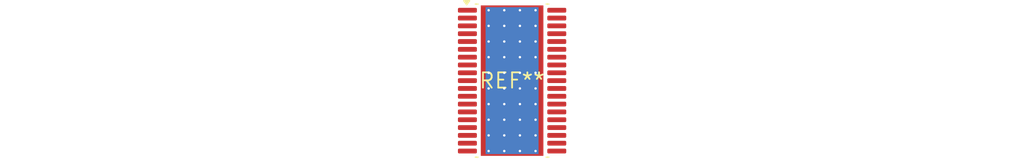
<source format=kicad_pcb>
(kicad_pcb (version 20240108) (generator pcbnew)
  (layers (0 "F.Cu" signal) (31 "B.Cu" signal) (34 "B.Paste" user) (35 "F.Paste" user) (36 "B.SilkS" user "B.Silkscreen") (37 "F.SilkS" user "F.Silkscreen") (38 "B.Mask" user) (39 "F.Mask" user) (44 "Edge.Cuts" user))
  (net 0 "")
  (footprint "HTSSOP-38-1EP_6.1x12.5mm_P0.65mm_EP5.2x12.5mm_Mask3.39x6.35mm_ThermalVias" (layer "F.Cu") (at 0 0)
    (property "Reference" "REF**")
    (property "Value" "HTSSOP-38-1EP_6.1x12.5mm_P0.65mm_EP5.2x12.5mm_Mask3.39x6.35mm_ThermalVias")
    (fp_line (start -2.835584 -6.36) (end -3.05 -6.36) (layer "F.SilkS") (stroke (width 0.12)))
    (fp_line (start -2.835584 6.36) (end -3.05 6.36) (layer "F.SilkS") (stroke (width 0.12)))
    (fp_line (start 2.835584 -6.36) (end 3.05 -6.36) (layer "F.SilkS") (stroke (width 0.12)))
    (fp_line (start 2.835584 6.36) (end 3.05 6.36) (layer "F.SilkS") (stroke (width 0.12)))
    (fp_poly (pts (xy -3.775 -6.31) (xy -4.015 -6.64) (xy -3.535 -6.64) (xy -3.775 -6.31)) (layer "F.SilkS") (stroke (width 0.12)) (fill solid))
    (pad "1" smd roundrect (at -3.7125 -5.85) (size 1.575 0.4) (layers "F.Cu" "F.Paste" "F.Mask"))
    (pad "2" smd roundrect (at -3.7125 -5.2) (size 1.575 0.4) (layers "F.Cu" "F.Paste" "F.Mask"))
    (pad "3" smd roundrect (at -3.7125 -4.55) (size 1.575 0.4) (layers "F.Cu" "F.Paste" "F.Mask"))
    (pad "4" smd roundrect (at -3.7125 -3.9) (size 1.575 0.4) (layers "F.Cu" "F.Paste" "F.Mask"))
    (pad "5" smd roundrect (at -3.7125 -3.25) (size 1.575 0.4) (layers "F.Cu" "F.Paste" "F.Mask"))
    (pad "6" smd roundrect (at -3.7125 -2.6) (size 1.575 0.4) (layers "F.Cu" "F.Paste" "F.Mask"))
    (pad "7" smd roundrect (at -3.7125 -1.95) (size 1.575 0.4) (layers "F.Cu" "F.Paste" "F.Mask"))
    (pad "8" smd roundrect (at -3.7125 -1.3) (size 1.575 0.4) (layers "F.Cu" "F.Paste" "F.Mask"))
    (pad "9" smd roundrect (at -3.7125 -0.65) (size 1.575 0.4) (layers "F.Cu" "F.Paste" "F.Mask"))
    (pad "10" smd roundrect (at -3.7125 0) (size 1.575 0.4) (layers "F.Cu" "F.Paste" "F.Mask"))
    (pad "11" smd roundrect (at -3.7125 0.65) (size 1.575 0.4) (layers "F.Cu" "F.Paste" "F.Mask"))
    (pad "12" smd roundrect (at -3.7125 1.3) (size 1.575 0.4) (layers "F.Cu" "F.Paste" "F.Mask"))
    (pad "13" smd roundrect (at -3.7125 1.95) (size 1.575 0.4) (layers "F.Cu" "F.Paste" "F.Mask"))
    (pad "14" smd roundrect (at -3.7125 2.6) (size 1.575 0.4) (layers "F.Cu" "F.Paste" "F.Mask"))
    (pad "15" smd roundrect (at -3.7125 3.25) (size 1.575 0.4) (layers "F.Cu" "F.Paste" "F.Mask"))
    (pad "16" smd roundrect (at -3.7125 3.9) (size 1.575 0.4) (layers "F.Cu" "F.Paste" "F.Mask"))
    (pad "17" smd roundrect (at -3.7125 4.55) (size 1.575 0.4) (layers "F.Cu" "F.Paste" "F.Mask"))
    (pad "18" smd roundrect (at -3.7125 5.2) (size 1.575 0.4) (layers "F.Cu" "F.Paste" "F.Mask"))
    (pad "19" smd roundrect (at -3.7125 5.85) (size 1.575 0.4) (layers "F.Cu" "F.Paste" "F.Mask"))
    (pad "20" smd roundrect (at 3.7125 5.85) (size 1.575 0.4) (layers "F.Cu" "F.Paste" "F.Mask"))
    (pad "21" smd roundrect (at 3.7125 5.2) (size 1.575 0.4) (layers "F.Cu" "F.Paste" "F.Mask"))
    (pad "22" smd roundrect (at 3.7125 4.55) (size 1.575 0.4) (layers "F.Cu" "F.Paste" "F.Mask"))
    (pad "23" smd roundrect (at 3.7125 3.9) (size 1.575 0.4) (layers "F.Cu" "F.Paste" "F.Mask"))
    (pad "24" smd roundrect (at 3.7125 3.25) (size 1.575 0.4) (layers "F.Cu" "F.Paste" "F.Mask"))
    (pad "25" smd roundrect (at 3.7125 2.6) (size 1.575 0.4) (layers "F.Cu" "F.Paste" "F.Mask"))
    (pad "26" smd roundrect (at 3.7125 1.95) (size 1.575 0.4) (layers "F.Cu" "F.Paste" "F.Mask"))
    (pad "27" smd roundrect (at 3.7125 1.3) (size 1.575 0.4) (layers "F.Cu" "F.Paste" "F.Mask"))
    (pad "28" smd roundrect (at 3.7125 0.65) (size 1.575 0.4) (layers "F.Cu" "F.Paste" "F.Mask"))
    (pad "29" smd roundrect (at 3.7125 0) (size 1.575 0.4) (layers "F.Cu" "F.Paste" "F.Mask"))
    (pad "30" smd roundrect (at 3.7125 -0.65) (size 1.575 0.4) (layers "F.Cu" "F.Paste" "F.Mask"))
    (pad "31" smd roundrect (at 3.7125 -1.3) (size 1.575 0.4) (layers "F.Cu" "F.Paste" "F.Mask"))
    (pad "32" smd roundrect (at 3.7125 -1.95) (size 1.575 0.4) (layers "F.Cu" "F.Paste" "F.Mask"))
    (pad "33" smd roundrect (at 3.7125 -2.6) (size 1.575 0.4) (layers "F.Cu" "F.Paste" "F.Mask"))
    (pad "34" smd roundrect (at 3.7125 -3.25) (size 1.575 0.4) (layers "F.Cu" "F.Paste" "F.Mask"))
    (pad "35" smd roundrect (at 3.7125 -3.9) (size 1.575 0.4) (layers "F.Cu" "F.Paste" "F.Mask"))
    (pad "36" smd roundrect (at 3.7125 -4.55) (size 1.575 0.4) (layers "F.Cu" "F.Paste" "F.Mask"))
    (pad "37" smd roundrect (at 3.7125 -5.2) (size 1.575 0.4) (layers "F.Cu" "F.Paste" "F.Mask"))
    (pad "38" smd roundrect (at 3.7125 -5.85) (size 1.575 0.4) (layers "F.Cu" "F.Paste" "F.Mask"))
    (pad "39" thru_hole circle (at -1.95 -5.85) (size 0.5 0.5) (drill 0.2) (property pad_prop_heatsink) (layers *.Cu) (remove_unused_layers))
    (pad "39" thru_hole circle (at -1.95 -4.55) (size 0.5 0.5) (drill 0.2) (property pad_prop_heatsink) (layers *.Cu) (remove_unused_layers))
    (pad "39" thru_hole circle (at -1.95 -3.25) (size 0.5 0.5) (drill 0.2) (property pad_prop_heatsink) (layers *.Cu) (remove_unused_layers))
    (pad "39" thru_hole circle (at -1.95 -1.95) (size 0.5 0.5) (drill 0.2) (property pad_prop_heatsink) (layers *.Cu) (remove_unused_layers))
    (pad "39" thru_hole circle (at -1.95 -0.65) (size 0.5 0.5) (drill 0.2) (property pad_prop_heatsink) (layers *.Cu) (remove_unused_layers))
    (pad "39" thru_hole circle (at -1.95 0.65) (size 0.5 0.5) (drill 0.2) (property pad_prop_heatsink) (layers *.Cu) (remove_unused_layers))
    (pad "39" thru_hole circle (at -1.95 1.95) (size 0.5 0.5) (drill 0.2) (property pad_prop_heatsink) (layers *.Cu) (remove_unused_layers))
    (pad "39" thru_hole circle (at -1.95 3.25) (size 0.5 0.5) (drill 0.2) (property pad_prop_heatsink) (layers *.Cu) (remove_unused_layers))
    (pad "39" thru_hole circle (at -1.95 4.55) (size 0.5 0.5) (drill 0.2) (property pad_prop_heatsink) (layers *.Cu) (remove_unused_layers))
    (pad "39" thru_hole circle (at -1.95 5.85) (size 0.5 0.5) (drill 0.2) (property pad_prop_heatsink) (layers *.Cu) (remove_unused_layers))
    (pad "39" thru_hole circle (at -0.65 -5.85) (size 0.5 0.5) (drill 0.2) (property pad_prop_heatsink) (layers *.Cu) (remove_unused_layers))
    (pad "39" thru_hole circle (at -0.65 -4.55) (size 0.5 0.5) (drill 0.2) (property pad_prop_heatsink) (layers *.Cu) (remove_unused_layers))
    (pad "39" thru_hole circle (at -0.65 -3.25) (size 0.5 0.5) (drill 0.2) (property pad_prop_heatsink) (layers *.Cu) (remove_unused_layers))
    (pad "39" thru_hole circle (at -0.65 -1.95) (size 0.5 0.5) (drill 0.2) (property pad_prop_heatsink) (layers *.Cu) (remove_unused_layers))
    (pad "39" thru_hole circle (at -0.65 -0.65) (size 0.5 0.5) (drill 0.2) (property pad_prop_heatsink) (layers *.Cu) (remove_unused_layers))
    (pad "39" thru_hole circle (at -0.65 0.65) (size 0.5 0.5) (drill 0.2) (property pad_prop_heatsink) (layers *.Cu) (remove_unused_layers))
    (pad "39" thru_hole circle (at -0.65 1.95) (size 0.5 0.5) (drill 0.2) (property pad_prop_heatsink) (layers *.Cu) (remove_unused_layers))
    (pad "39" thru_hole circle (at -0.65 3.25) (size 0.5 0.5) (drill 0.2) (property pad_prop_heatsink) (layers *.Cu) (remove_unused_layers))
    (pad "39" thru_hole circle (at -0.65 4.55) (size 0.5 0.5) (drill 0.2) (property pad_prop_heatsink) (layers *.Cu) (remove_unused_layers))
    (pad "39" thru_hole circle (at -0.65 5.85) (size 0.5 0.5) (drill 0.2) (property pad_prop_heatsink) (layers *.Cu) (remove_unused_layers))
    (pad "39" smd rect (at 0 0) (size 4.4 12.2) (property pad_prop_heatsink) (layers "B.Cu"))
    (pad "39" smd rect (at 0 0) (size 5.2 12.5) (property pad_prop_heatsink) (layers "F.Cu"))
    (pad "39" thru_hole circle (at 0.65 -5.85) (size 0.5 0.5) (drill 0.2) (property pad_prop_heatsink) (layers *.Cu) (remove_unused_layers))
    (pad "39" thru_hole circle (at 0.65 -4.55) (size 0.5 0.5) (drill 0.2) (property pad_prop_heatsink) (layers *.Cu) (remove_unused_layers))
    (pad "39" thru_hole circle (at 0.65 -3.25) (size 0.5 0.5) (drill 0.2) (property pad_prop_heatsink) (layers *.Cu) (remove_unused_layers))
    (pad "39" thru_hole circle (at 0.65 -1.95) (size 0.5 0.5) (drill 0.2) (property pad_prop_heatsink) (layers *.Cu) (remove_unused_layers))
    (pad "39" thru_hole circle (at 0.65 -0.65) (size 0.5 0.5) (drill 0.2) (property pad_prop_heatsink) (layers *.Cu) (remove_unused_layers))
    (pad "39" thru_hole circle (at 0.65 0.65) (size 0.5 0.5) (drill 0.2) (property pad_prop_heatsink) (layers *.Cu) (remove_unused_layers))
    (pad "39" thru_hole circle (at 0.65 1.95) (size 0.5 0.5) (drill 0.2) (property pad_prop_heatsink) (layers *.Cu) (remove_unused_layers))
    (pad "39" thru_hole circle (at 0.65 3.25) (size 0.5 0.5) (drill 0.2) (property pad_prop_heatsink) (layers *.Cu) (remove_unused_layers))
    (pad "39" thru_hole circle (at 0.65 4.55) (size 0.5 0.5) (drill 0.2) (property pad_prop_heatsink) (layers *.Cu) (remove_unused_layers))
    (pad "39" thru_hole circle (at 0.65 5.85) (size 0.5 0.5) (drill 0.2) (property pad_prop_heatsink) (layers *.Cu) (remove_unused_layers))
    (pad "39" thru_hole circle (at 1.95 -5.85) (size 0.5 0.5) (drill 0.2) (property pad_prop_heatsink) (layers *.Cu) (remove_unused_layers))
    (pad "39" thru_hole circle (at 1.95 -4.55) (size 0.5 0.5) (drill 0.2) (property pad_prop_heatsink) (layers *.Cu) (remove_unused_layers))
    (pad "39" thru_hole circle (at 1.95 -3.25) (size 0.5 0.5) (drill 0.2) (property pad_prop_heatsink) (layers *.Cu) (remove_unused_layers))
    (pad "39" thru_hole circle (at 1.95 -1.95) (size 0.5 0.5) (drill 0.2) (property pad_prop_heatsink) (layers *.Cu) (remove_unused_layers))
    (pad "39" thru_hole circle (at 1.95 -0.65) (size 0.5 0.5) (drill 0.2) (property pad_prop_heatsink) (layers *.Cu) (remove_unused_layers))
    (pad "39" thru_hole circle (at 1.95 0.65) (size 0.5 0.5) (drill 0.2) (property pad_prop_heatsink) (layers *.Cu) (remove_unused_layers))
    (pad "39" thru_hole circle (at 1.95 1.95) (size 0.5 0.5) (drill 0.2) (property pad_prop_heatsink) (layers *.Cu) (remove_unused_layers))
    (pad "39" thru_hole circle (at 1.95 3.25) (size 0.5 0.5) (drill 0.2) (property pad_prop_heatsink) (layers *.Cu) (remove_unused_layers))
    (pad "39" thru_hole circle (at 1.95 4.55) (size 0.5 0.5) (drill 0.2) (property pad_prop_heatsink) (layers *.Cu) (remove_unused_layers))
    (pad "39" thru_hole circle (at 1.95 5.85) (size 0.5 0.5) (drill 0.2) (property pad_prop_heatsink) (layers *.Cu) (remove_unused_layers))
  )
)
</source>
